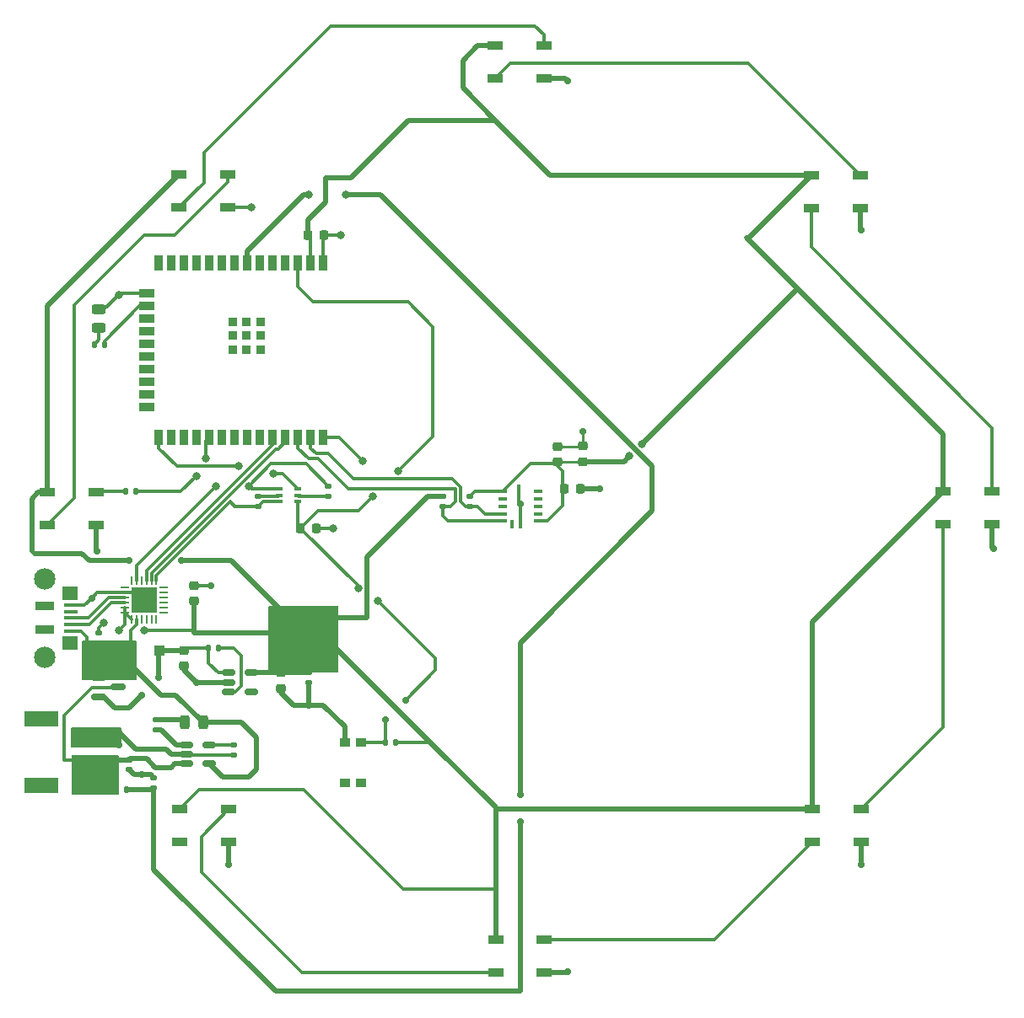
<source format=gbr>
%TF.GenerationSoftware,KiCad,Pcbnew,7.0.9*%
%TF.CreationDate,2023-12-18T12:46:53-05:00*%
%TF.ProjectId,Coaster_KiCard,436f6173-7465-4725-9f4b-69436172642e,rev?*%
%TF.SameCoordinates,Original*%
%TF.FileFunction,Copper,L1,Top*%
%TF.FilePolarity,Positive*%
%FSLAX46Y46*%
G04 Gerber Fmt 4.6, Leading zero omitted, Abs format (unit mm)*
G04 Created by KiCad (PCBNEW 7.0.9) date 2023-12-18 12:46:53*
%MOMM*%
%LPD*%
G01*
G04 APERTURE LIST*
G04 Aperture macros list*
%AMRoundRect*
0 Rectangle with rounded corners*
0 $1 Rounding radius*
0 $2 $3 $4 $5 $6 $7 $8 $9 X,Y pos of 4 corners*
0 Add a 4 corners polygon primitive as box body*
4,1,4,$2,$3,$4,$5,$6,$7,$8,$9,$2,$3,0*
0 Add four circle primitives for the rounded corners*
1,1,$1+$1,$2,$3*
1,1,$1+$1,$4,$5*
1,1,$1+$1,$6,$7*
1,1,$1+$1,$8,$9*
0 Add four rect primitives between the rounded corners*
20,1,$1+$1,$2,$3,$4,$5,0*
20,1,$1+$1,$4,$5,$6,$7,0*
20,1,$1+$1,$6,$7,$8,$9,0*
20,1,$1+$1,$8,$9,$2,$3,0*%
G04 Aperture macros list end*
%TA.AperFunction,SMDPad,CuDef*%
%ADD10R,1.900000X0.875000*%
%TD*%
%TA.AperFunction,SMDPad,CuDef*%
%ADD11R,1.550000X1.425000*%
%TD*%
%TA.AperFunction,ComponentPad*%
%ADD12C,2.145000*%
%TD*%
%TA.AperFunction,SMDPad,CuDef*%
%ADD13R,1.380000X0.450000*%
%TD*%
%TA.AperFunction,SMDPad,CuDef*%
%ADD14R,0.900000X1.500000*%
%TD*%
%TA.AperFunction,SMDPad,CuDef*%
%ADD15R,1.500000X0.900000*%
%TD*%
%TA.AperFunction,SMDPad,CuDef*%
%ADD16R,0.900000X0.900000*%
%TD*%
%TA.AperFunction,SMDPad,CuDef*%
%ADD17RoundRect,0.150000X-0.512500X-0.150000X0.512500X-0.150000X0.512500X0.150000X-0.512500X0.150000X0*%
%TD*%
%TA.AperFunction,SMDPad,CuDef*%
%ADD18RoundRect,0.243750X0.243750X0.456250X-0.243750X0.456250X-0.243750X-0.456250X0.243750X-0.456250X0*%
%TD*%
%TA.AperFunction,SMDPad,CuDef*%
%ADD19R,0.650000X0.400000*%
%TD*%
%TA.AperFunction,SMDPad,CuDef*%
%ADD20RoundRect,0.135000X0.185000X-0.135000X0.185000X0.135000X-0.185000X0.135000X-0.185000X-0.135000X0*%
%TD*%
%TA.AperFunction,SMDPad,CuDef*%
%ADD21R,3.500000X1.000000*%
%TD*%
%TA.AperFunction,SMDPad,CuDef*%
%ADD22R,3.400000X1.500000*%
%TD*%
%TA.AperFunction,SMDPad,CuDef*%
%ADD23R,0.805000X0.350000*%
%TD*%
%TA.AperFunction,SMDPad,CuDef*%
%ADD24R,0.400000X0.805000*%
%TD*%
%TA.AperFunction,SMDPad,CuDef*%
%ADD25RoundRect,0.135000X-0.185000X0.135000X-0.185000X-0.135000X0.185000X-0.135000X0.185000X0.135000X0*%
%TD*%
%TA.AperFunction,SMDPad,CuDef*%
%ADD26R,1.000000X0.900000*%
%TD*%
%TA.AperFunction,SMDPad,CuDef*%
%ADD27RoundRect,0.135000X0.135000X0.185000X-0.135000X0.185000X-0.135000X-0.185000X0.135000X-0.185000X0*%
%TD*%
%TA.AperFunction,SMDPad,CuDef*%
%ADD28RoundRect,0.225000X-0.250000X0.225000X-0.250000X-0.225000X0.250000X-0.225000X0.250000X0.225000X0*%
%TD*%
%TA.AperFunction,SMDPad,CuDef*%
%ADD29RoundRect,0.225000X-0.225000X-0.250000X0.225000X-0.250000X0.225000X0.250000X-0.225000X0.250000X0*%
%TD*%
%TA.AperFunction,SMDPad,CuDef*%
%ADD30RoundRect,0.140000X-0.170000X0.140000X-0.170000X-0.140000X0.170000X-0.140000X0.170000X0.140000X0*%
%TD*%
%TA.AperFunction,SMDPad,CuDef*%
%ADD31RoundRect,0.243750X-0.456250X0.243750X-0.456250X-0.243750X0.456250X-0.243750X0.456250X0.243750X0*%
%TD*%
%TA.AperFunction,SMDPad,CuDef*%
%ADD32RoundRect,0.250000X0.300000X0.300000X-0.300000X0.300000X-0.300000X-0.300000X0.300000X-0.300000X0*%
%TD*%
%TA.AperFunction,SMDPad,CuDef*%
%ADD33RoundRect,0.225000X0.250000X-0.225000X0.250000X0.225000X-0.250000X0.225000X-0.250000X-0.225000X0*%
%TD*%
%TA.AperFunction,SMDPad,CuDef*%
%ADD34RoundRect,0.150000X-0.587500X-0.150000X0.587500X-0.150000X0.587500X0.150000X-0.587500X0.150000X0*%
%TD*%
%TA.AperFunction,SMDPad,CuDef*%
%ADD35RoundRect,0.135000X-0.135000X-0.185000X0.135000X-0.185000X0.135000X0.185000X-0.135000X0.185000X0*%
%TD*%
%TA.AperFunction,SMDPad,CuDef*%
%ADD36R,2.600000X2.600000*%
%TD*%
%TA.AperFunction,SMDPad,CuDef*%
%ADD37RoundRect,0.062500X-0.062500X-0.350000X0.062500X-0.350000X0.062500X0.350000X-0.062500X0.350000X0*%
%TD*%
%TA.AperFunction,SMDPad,CuDef*%
%ADD38RoundRect,0.062500X-0.350000X-0.062500X0.350000X-0.062500X0.350000X0.062500X-0.350000X0.062500X0*%
%TD*%
%TA.AperFunction,ViaPad*%
%ADD39C,0.800000*%
%TD*%
%TA.AperFunction,ViaPad*%
%ADD40C,0.700000*%
%TD*%
%TA.AperFunction,Conductor*%
%ADD41C,0.500000*%
%TD*%
%TA.AperFunction,Conductor*%
%ADD42C,0.300000*%
%TD*%
%TA.AperFunction,Conductor*%
%ADD43C,0.250000*%
%TD*%
G04 APERTURE END LIST*
D10*
%TO.P,J3,MP4,MP4*%
%TO.N,unconnected-(J3-PadMP4)*%
X27250000Y-84812000D03*
%TO.P,J3,MP3,MP3*%
%TO.N,unconnected-(J3-PadMP3)*%
X27250000Y-87188000D03*
D11*
%TO.P,J3,MP2,MP2*%
%TO.N,unconnected-(J3-PadMP2)*%
X29825000Y-83513000D03*
%TO.P,J3,MP1,MP1*%
%TO.N,unconnected-(J3-PadMP1)*%
X29825000Y-88487000D03*
D12*
%TO.P,J3,MH2,MH2*%
%TO.N,unconnected-(J3-PadMH2)*%
X27250000Y-82050000D03*
%TO.P,J3,MH1,MH1*%
%TO.N,unconnected-(J3-PadMH1)*%
X27250000Y-89950000D03*
D13*
%TO.P,J3,5,GND*%
%TO.N,GND*%
X29910000Y-84700000D03*
%TO.P,J3,4,ID*%
%TO.N,unconnected-(J3-ID-Pad4)*%
X29910000Y-85350000D03*
%TO.P,J3,3,D+*%
%TO.N,Net-(J3-D+)*%
X29910000Y-86000000D03*
%TO.P,J3,2,D-*%
%TO.N,Net-(J3-D-)*%
X29910000Y-86650000D03*
%TO.P,J3,1,VBUS*%
%TO.N,VBUS*%
X29910000Y-87300000D03*
%TD*%
D14*
%TO.P,IC1,1,GND_1*%
%TO.N,GND*%
X55260000Y-50365000D03*
%TO.P,IC1,2,3V3*%
%TO.N,+3.3V*%
X53990000Y-50365000D03*
%TO.P,IC1,3,EN*%
%TO.N,/RESET*%
X52720000Y-50365000D03*
%TO.P,IC1,4,SENSOR_VP*%
%TO.N,/A4_IO36*%
X51450000Y-50365000D03*
%TO.P,IC1,5,SENSOR_VN*%
%TO.N,/A3_I39*%
X50180000Y-50365000D03*
%TO.P,IC1,6,IO34*%
%TO.N,/GPIO34*%
X48910000Y-50365000D03*
%TO.P,IC1,7,IO35*%
%TO.N,/GPIO35*%
X47640000Y-50365000D03*
%TO.P,IC1,8,IO32*%
%TO.N,/GPIO32*%
X46370000Y-50365000D03*
%TO.P,IC1,9,IO33*%
%TO.N,/GPIO33*%
X45100000Y-50365000D03*
%TO.P,IC1,10,IO25*%
%TO.N,/GPIO25*%
X43830000Y-50365000D03*
%TO.P,IC1,11,IO26*%
%TO.N,/GPIO26*%
X42560000Y-50365000D03*
%TO.P,IC1,12,IO27*%
%TO.N,/GPIO27*%
X41290000Y-50365000D03*
%TO.P,IC1,13,IO14*%
%TO.N,/GPIO14*%
X40020000Y-50365000D03*
%TO.P,IC1,14,IO12*%
%TO.N,/GPIO12*%
X38750000Y-50365000D03*
D15*
%TO.P,IC1,15,GND_2*%
%TO.N,GND*%
X37500000Y-53400000D03*
%TO.P,IC1,16,IO13*%
%TO.N,/GPIO13*%
X37500000Y-54670000D03*
%TO.P,IC1,17,NC_1*%
%TO.N,unconnected-(IC1-NC_1-Pad17)*%
X37500000Y-55940000D03*
%TO.P,IC1,18,NC_2*%
%TO.N,unconnected-(IC1-NC_2-Pad18)*%
X37500000Y-57210000D03*
%TO.P,IC1,19,NC_3*%
%TO.N,unconnected-(IC1-NC_3-Pad19)*%
X37500000Y-58480000D03*
%TO.P,IC1,20,NC_4*%
%TO.N,unconnected-(IC1-NC_4-Pad20)*%
X37500000Y-59750000D03*
%TO.P,IC1,21,NC_5*%
%TO.N,unconnected-(IC1-NC_5-Pad21)*%
X37500000Y-61020000D03*
%TO.P,IC1,22,NC_6*%
%TO.N,unconnected-(IC1-NC_6-Pad22)*%
X37500000Y-62290000D03*
%TO.P,IC1,23,IO15*%
%TO.N,/GPIO15*%
X37500000Y-63560000D03*
%TO.P,IC1,24,IO2*%
%TO.N,/GPIO2*%
X37500000Y-64830000D03*
D14*
%TO.P,IC1,25,IO0*%
%TO.N,/GPIO0*%
X38750000Y-67865000D03*
%TO.P,IC1,26,IO4*%
%TO.N,/GPIO4*%
X40020000Y-67865000D03*
%TO.P,IC1,27,IO16*%
%TO.N,/GPIO16*%
X41290000Y-67865000D03*
%TO.P,IC1,28,IO17*%
%TO.N,/GPIO17*%
X42560000Y-67865000D03*
%TO.P,IC1,29,IO5*%
%TO.N,/GPIO5*%
X43830000Y-67865000D03*
%TO.P,IC1,30,IO18*%
%TO.N,/GPIO18*%
X45100000Y-67865000D03*
%TO.P,IC1,31,IO19*%
%TO.N,/GPIO19*%
X46370000Y-67865000D03*
%TO.P,IC1,32,NC_7*%
%TO.N,unconnected-(IC1-NC_7-Pad32)*%
X47640000Y-67865000D03*
%TO.P,IC1,33,IO21*%
%TO.N,/GPIO21*%
X48910000Y-67865000D03*
%TO.P,IC1,34,RXD0*%
%TO.N,/RXD0*%
X50180000Y-67865000D03*
%TO.P,IC1,35,TXD0*%
%TO.N,/TXD0*%
X51450000Y-67865000D03*
%TO.P,IC1,36,IO22*%
%TO.N,/SCL*%
X52720000Y-67865000D03*
%TO.P,IC1,37,IO23*%
%TO.N,/SDA*%
X53990000Y-67865000D03*
%TO.P,IC1,38,GND_3*%
%TO.N,GND*%
X55260000Y-67865000D03*
D16*
%TO.P,IC1,39,GND_4*%
%TO.N,unconnected-(IC1-GND_4-Pad39)*%
X48940000Y-56215000D03*
%TO.P,IC1,40,GND_5*%
%TO.N,unconnected-(IC1-GND_5-Pad40)*%
X47540000Y-56215000D03*
%TO.P,IC1,41,GND_6*%
%TO.N,unconnected-(IC1-GND_6-Pad41)*%
X46140000Y-56215000D03*
%TO.P,IC1,42,GND_7*%
%TO.N,unconnected-(IC1-GND_7-Pad42)*%
X46140000Y-57615000D03*
%TO.P,IC1,43,GND_8*%
%TO.N,unconnected-(IC1-GND_8-Pad43)*%
X46140000Y-59015000D03*
%TO.P,IC1,44,GND_9*%
%TO.N,unconnected-(IC1-GND_9-Pad44)*%
X47540000Y-59015000D03*
%TO.P,IC1,45,GND_10*%
%TO.N,unconnected-(IC1-GND_10-Pad45)*%
X48940000Y-59015000D03*
%TO.P,IC1,46,GND_11*%
%TO.N,unconnected-(IC1-GND_11-Pad46)*%
X48940000Y-57615000D03*
%TO.P,IC1,47,GND_12*%
%TO.N,unconnected-(IC1-GND_12-Pad47)*%
X47540000Y-57615000D03*
%TD*%
D17*
%TO.P,U1,5,VOUT*%
%TO.N,+3.3V*%
X48025000Y-91500000D03*
%TO.P,U1,4,NC*%
%TO.N,unconnected-(U1-NC-Pad4)*%
X48025000Y-93400000D03*
%TO.P,U1,3,EN*%
%TO.N,Net-(U1-EN)*%
X45750000Y-93400000D03*
%TO.P,U1,2,GND*%
%TO.N,GND*%
X45750000Y-92450000D03*
%TO.P,U1,1,VIN*%
%TO.N,Net-(D1-K)*%
X45750000Y-91500000D03*
%TD*%
D18*
%TO.P,D2,2,A*%
%TO.N,Net-(D2-A)*%
X41312500Y-96500000D03*
%TO.P,D2,1,K*%
%TO.N,VBUS*%
X43187500Y-96500000D03*
%TD*%
D19*
%TO.P,Q2,6,C1*%
%TO.N,/GPIO0*%
X52700000Y-73010000D03*
%TO.P,Q2,5,B2*%
%TO.N,Net-(Q2B-B2)*%
X52700000Y-73660000D03*
%TO.P,Q2,4,E2*%
%TO.N,/RESET*%
X52700000Y-74310000D03*
%TO.P,Q2,3,C2*%
%TO.N,/RTS*%
X50800000Y-74310000D03*
%TO.P,Q2,2,B1*%
%TO.N,Net-(Q2A-B1)*%
X50800000Y-73660000D03*
%TO.P,Q2,1,E1*%
%TO.N,/DTR*%
X50800000Y-73010000D03*
%TD*%
D15*
%TO.P,D10,1,VDD*%
%TO.N,+3.3V*%
X72550000Y-118350000D03*
%TO.P,D10,2,DOUT*%
%TO.N,Net-(D10-DOUT)*%
X72550000Y-121650000D03*
%TO.P,D10,3,VSS*%
%TO.N,GND*%
X77450000Y-121650000D03*
%TO.P,D10,4,DIN*%
%TO.N,Net-(D10-DIN)*%
X77450000Y-118350000D03*
%TD*%
D20*
%TO.P,R1,2*%
%TO.N,GND*%
X32750000Y-87490000D03*
%TO.P,R1,1*%
%TO.N,VBUS*%
X32750000Y-88510000D03*
%TD*%
D21*
%TO.P,J1,1,1*%
%TO.N,GND*%
X32500000Y-98500000D03*
%TO.P,J1,2,2*%
%TO.N,-BATT*%
X32500000Y-100500000D03*
D22*
%TO.P,J1,3*%
%TO.N,N/C*%
X26950000Y-96150000D03*
%TO.P,J1,4*%
X26950000Y-102850000D03*
%TD*%
D23*
%TO.P,IC2,1,IR_ANODE*%
%TO.N,+3.3V*%
X73250000Y-73272000D03*
%TO.P,IC2,2,IR_CATHODE*%
%TO.N,unconnected-(IC2-IR_CATHODE-Pad2)*%
X73250000Y-74022000D03*
%TO.P,IC2,3,IR_CATHODE_*%
%TO.N,unconnected-(IC2-IR_CATHODE_-Pad3)*%
X73250000Y-74772000D03*
%TO.P,IC2,4,SDA*%
%TO.N,/SDA*%
X73250000Y-75522000D03*
%TO.P,IC2,5,SCL*%
%TO.N,/SCL*%
X73250000Y-76272000D03*
D24*
%TO.P,IC2,6,INT*%
%TO.N,unconnected-(IC2-INT-Pad6)*%
X74222000Y-76544000D03*
D23*
%TO.P,IC2,7,VDD*%
%TO.N,+3.3V*%
X76794000Y-76272000D03*
%TO.P,IC2,8,NC_1*%
%TO.N,unconnected-(IC2-NC_1-Pad8)*%
X76794000Y-75522000D03*
%TO.P,IC2,9,NC_2*%
%TO.N,unconnected-(IC2-NC_2-Pad9)*%
X76794000Y-74772000D03*
%TO.P,IC2,10,NC_3*%
%TO.N,unconnected-(IC2-NC_3-Pad10)*%
X76794000Y-74022000D03*
%TO.P,IC2,11,NC_4*%
%TO.N,unconnected-(IC2-NC_4-Pad11)*%
X76794000Y-73272000D03*
D24*
%TO.P,IC2,12,GND_1*%
%TO.N,GND*%
X74847000Y-73000000D03*
%TO.P,IC2,13,GND_2*%
X75022000Y-76544000D03*
%TD*%
D25*
%TO.P,R8,2*%
%TO.N,Net-(U3-STAT)*%
X38500000Y-97260000D03*
%TO.P,R8,1*%
%TO.N,Net-(D2-A)*%
X38500000Y-96240000D03*
%TD*%
D26*
%TO.P,S1,4,COM_2*%
%TO.N,unconnected-(S1-COM_2-Pad4)*%
X59000000Y-102600000D03*
%TO.P,S1,3,NO_2*%
%TO.N,unconnected-(S1-NO_2-Pad3)*%
X57400000Y-102600000D03*
%TO.P,S1,2,NO_1*%
%TO.N,GND*%
X57400000Y-98500000D03*
%TO.P,S1,1,COM_1*%
%TO.N,/RESET*%
X59000000Y-98500000D03*
%TD*%
D27*
%TO.P,R3,2*%
%TO.N,/RESET*%
X61500000Y-98500000D03*
%TO.P,R3,1*%
%TO.N,+3.3V*%
X62520000Y-98500000D03*
%TD*%
D28*
%TO.P,C10,2*%
%TO.N,+3.3V*%
X78740000Y-70300000D03*
%TO.P,C10,1*%
%TO.N,GND*%
X78740000Y-68750000D03*
%TD*%
D15*
%TO.P,D11,1,VDD*%
%TO.N,+3.3V*%
X40850000Y-105200000D03*
%TO.P,D11,2,DOUT*%
%TO.N,unconnected-(D11-DOUT-Pad2)*%
X40850000Y-108500000D03*
%TO.P,D11,3,VSS*%
%TO.N,GND*%
X45750000Y-108500000D03*
%TO.P,D11,4,DIN*%
%TO.N,Net-(D10-DOUT)*%
X45750000Y-105200000D03*
%TD*%
%TO.P,D6,1,VDD*%
%TO.N,+3.3V*%
X72500000Y-28500000D03*
%TO.P,D6,2,DOUT*%
%TO.N,Net-(D6-DOUT)*%
X72500000Y-31800000D03*
%TO.P,D6,3,VSS*%
%TO.N,GND*%
X77400000Y-31800000D03*
%TO.P,D6,4,DIN*%
%TO.N,Net-(D5-DOUT)*%
X77400000Y-28500000D03*
%TD*%
D25*
%TO.P,R7,2*%
%TO.N,/GPIO35*%
X38250000Y-103100000D03*
%TO.P,R7,1*%
%TO.N,GND*%
X38250000Y-102080000D03*
%TD*%
D29*
%TO.P,C8,2*%
%TO.N,GND*%
X81025000Y-73000000D03*
%TO.P,C8,1*%
%TO.N,+3.3V*%
X79475000Y-73000000D03*
%TD*%
D28*
%TO.P,C2,2*%
%TO.N,GND*%
X51000000Y-93050000D03*
%TO.P,C2,1*%
%TO.N,+3.3V*%
X51000000Y-91500000D03*
%TD*%
D30*
%TO.P,C7,1*%
%TO.N,-BATT*%
X35750000Y-100250000D03*
%TO.P,C7,2*%
%TO.N,GND*%
X35750000Y-101210000D03*
%TD*%
D17*
%TO.P,U3,5,PROG*%
%TO.N,Net-(U3-PROG)*%
X43775000Y-98750000D03*
%TO.P,U3,4,V_{DD}*%
%TO.N,VBUS*%
X43775000Y-100650000D03*
%TO.P,U3,3,V_{BAT}*%
%TO.N,-BATT*%
X41500000Y-100650000D03*
%TO.P,U3,2,V_{SS}*%
%TO.N,GND*%
X41500000Y-99700000D03*
%TO.P,U3,1,STAT*%
%TO.N,Net-(U3-STAT)*%
X41500000Y-98750000D03*
%TD*%
D20*
%TO.P,R4,2*%
%TO.N,Net-(Q2A-B1)*%
X48750000Y-73740000D03*
%TO.P,R4,1*%
%TO.N,/RTS*%
X48750000Y-74760000D03*
%TD*%
D27*
%TO.P,R13,2*%
%TO.N,Net-(D4-DIN)*%
X35390000Y-73300000D03*
%TO.P,R13,1*%
%TO.N,/GPIO5*%
X36410000Y-73300000D03*
%TD*%
D20*
%TO.P,R11,2*%
%TO.N,+3.3V*%
X67250000Y-73740000D03*
%TO.P,R11,1*%
%TO.N,/SCL*%
X67250000Y-74760000D03*
%TD*%
D31*
%TO.P,D3,2,A*%
%TO.N,Net-(D3-A)*%
X32750000Y-56875000D03*
%TO.P,D3,1,K*%
%TO.N,GND*%
X32750000Y-55000000D03*
%TD*%
D32*
%TO.P,D1,2,A*%
%TO.N,VBUS*%
X36000000Y-89250000D03*
%TO.P,D1,1,K*%
%TO.N,Net-(D1-K)*%
X38800000Y-89250000D03*
%TD*%
D25*
%TO.P,R9,2*%
%TO.N,GND*%
X46250000Y-99770000D03*
%TO.P,R9,1*%
%TO.N,Net-(U3-PROG)*%
X46250000Y-98750000D03*
%TD*%
D15*
%TO.P,D5,1,VDD*%
%TO.N,+3.3V*%
X40750000Y-41450000D03*
%TO.P,D5,2,DOUT*%
%TO.N,Net-(D5-DOUT)*%
X40750000Y-44750000D03*
%TO.P,D5,3,VSS*%
%TO.N,GND*%
X45650000Y-44750000D03*
%TO.P,D5,4,DIN*%
%TO.N,Net-(D4-DOUT)*%
X45650000Y-41450000D03*
%TD*%
D33*
%TO.P,C6,2*%
%TO.N,GND*%
X42250000Y-82725000D03*
%TO.P,C6,1*%
%TO.N,+3.3V*%
X42250000Y-84275000D03*
%TD*%
D30*
%TO.P,C3,2*%
%TO.N,GND*%
X53750000Y-92460000D03*
%TO.P,C3,1*%
%TO.N,+3.3V*%
X53750000Y-91500000D03*
%TD*%
D28*
%TO.P,C9,2*%
%TO.N,+3.3V*%
X81280000Y-70275000D03*
%TO.P,C9,1*%
%TO.N,GND*%
X81280000Y-68725000D03*
%TD*%
%TO.P,C1,2*%
%TO.N,GND*%
X41250000Y-90800000D03*
%TO.P,C1,1*%
%TO.N,Net-(D1-K)*%
X41250000Y-89250000D03*
%TD*%
D34*
%TO.P,Q1,3,D*%
%TO.N,-BATT*%
X34625000Y-92950000D03*
%TO.P,Q1,2,S*%
%TO.N,Net-(D1-K)*%
X32750000Y-93900000D03*
%TO.P,Q1,1,G*%
%TO.N,VBUS*%
X32750000Y-92000000D03*
%TD*%
D35*
%TO.P,R2,2*%
%TO.N,Net-(U1-EN)*%
X44770000Y-89000000D03*
%TO.P,R2,1*%
%TO.N,Net-(D1-K)*%
X43750000Y-89000000D03*
%TD*%
D25*
%TO.P,R5,2*%
%TO.N,Net-(Q2B-B2)*%
X55750000Y-73760000D03*
%TO.P,R5,1*%
%TO.N,/DTR*%
X55750000Y-72740000D03*
%TD*%
D20*
%TO.P,R12,2*%
%TO.N,+3.3V*%
X70000000Y-73740000D03*
%TO.P,R12,1*%
%TO.N,/SDA*%
X70000000Y-74760000D03*
%TD*%
D36*
%TO.P,U2,25,GND*%
%TO.N,GND*%
X37250000Y-84187500D03*
D37*
%TO.P,U2,24,~{DCD}*%
%TO.N,unconnected-(U2-~{DCD}-Pad24)*%
X36000000Y-82250000D03*
%TO.P,U2,23,~{DTR}*%
%TO.N,/DTR*%
X36500000Y-82250000D03*
%TO.P,U2,22,~{DSR}*%
%TO.N,unconnected-(U2-~{DSR}-Pad22)*%
X37000000Y-82250000D03*
%TO.P,U2,21,TXD*%
%TO.N,/RXD0*%
X37500000Y-82250000D03*
%TO.P,U2,20,RXD*%
%TO.N,/TXD0*%
X38000000Y-82250000D03*
%TO.P,U2,19,~{RTS}*%
%TO.N,/RTS*%
X38500000Y-82250000D03*
D38*
%TO.P,U2,18,~{CTS}*%
%TO.N,unconnected-(U2-~{CTS}-Pad18)*%
X39187500Y-82937500D03*
%TO.P,U2,17,SUSPEND*%
%TO.N,unconnected-(U2-SUSPEND-Pad17)*%
X39187500Y-83437500D03*
%TO.P,U2,16,VPP*%
%TO.N,unconnected-(U2-VPP-Pad16)*%
X39187500Y-83937500D03*
%TO.P,U2,15,~{SUSPEND}*%
%TO.N,unconnected-(U2-~{SUSPEND}-Pad15)*%
X39187500Y-84437500D03*
%TO.P,U2,14,TXT/GPIO.0*%
%TO.N,unconnected-(U2-TXT{slash}GPIO.0-Pad14)*%
X39187500Y-84937500D03*
%TO.P,U2,13,RXT/GPIO.1*%
%TO.N,unconnected-(U2-RXT{slash}GPIO.1-Pad13)*%
X39187500Y-85437500D03*
D37*
%TO.P,U2,12,RS485/GPIO.2*%
%TO.N,unconnected-(U2-RS485{slash}GPIO.2-Pad12)*%
X38500000Y-86125000D03*
%TO.P,U2,11,GPIO.3*%
%TO.N,unconnected-(U2-GPIO.3-Pad11)*%
X38000000Y-86125000D03*
%TO.P,U2,10,NC*%
%TO.N,unconnected-(U2-NC-Pad10)*%
X37500000Y-86125000D03*
%TO.P,U2,9,~{RST}*%
%TO.N,unconnected-(U2-~{RST}-Pad9)*%
X37000000Y-86125000D03*
%TO.P,U2,8,VBUS*%
%TO.N,VBUS*%
X36500000Y-86125000D03*
%TO.P,U2,7,REGIN*%
%TO.N,+3.3V*%
X36000000Y-86125000D03*
D38*
%TO.P,U2,6,VDD*%
X35312500Y-85437500D03*
%TO.P,U2,5,VIO*%
X35312500Y-84937500D03*
%TO.P,U2,4,D-*%
%TO.N,Net-(J3-D-)*%
X35312500Y-84437500D03*
%TO.P,U2,3,D+*%
%TO.N,Net-(J3-D+)*%
X35312500Y-83937500D03*
%TO.P,U2,2,GND*%
%TO.N,GND*%
X35312500Y-83437500D03*
%TO.P,U2,1,~{RI}*%
%TO.N,unconnected-(U2-~{RI}-Pad1)*%
X35312500Y-82937500D03*
%TD*%
D15*
%TO.P,D9,1,VDD*%
%TO.N,+3.3V*%
X104350000Y-105200000D03*
%TO.P,D9,2,DOUT*%
%TO.N,Net-(D10-DIN)*%
X104350000Y-108500000D03*
%TO.P,D9,3,VSS*%
%TO.N,GND*%
X109250000Y-108500000D03*
%TO.P,D9,4,DIN*%
%TO.N,Net-(D8-DOUT)*%
X109250000Y-105200000D03*
%TD*%
D27*
%TO.P,R6,2*%
%TO.N,-BATT*%
X34500000Y-103250000D03*
%TO.P,R6,1*%
%TO.N,/GPIO35*%
X35520000Y-103250000D03*
%TD*%
D15*
%TO.P,D4,1,VDD*%
%TO.N,+3.3V*%
X27550000Y-73350000D03*
%TO.P,D4,2,DOUT*%
%TO.N,Net-(D4-DOUT)*%
X27550000Y-76650000D03*
%TO.P,D4,3,VSS*%
%TO.N,GND*%
X32450000Y-76650000D03*
%TO.P,D4,4,DIN*%
%TO.N,Net-(D4-DIN)*%
X32450000Y-73350000D03*
%TD*%
%TO.P,D7,1,VDD*%
%TO.N,+3.3V*%
X104250000Y-41500000D03*
%TO.P,D7,2,DOUT*%
%TO.N,Net-(D7-DOUT)*%
X104250000Y-44800000D03*
%TO.P,D7,3,VSS*%
%TO.N,GND*%
X109150000Y-44800000D03*
%TO.P,D7,4,DIN*%
%TO.N,Net-(D6-DOUT)*%
X109150000Y-41500000D03*
%TD*%
D27*
%TO.P,R10,2*%
%TO.N,Net-(D3-A)*%
X32250000Y-58500000D03*
%TO.P,R10,1*%
%TO.N,/GPIO13*%
X33270000Y-58500000D03*
%TD*%
D29*
%TO.P,C5,2*%
%TO.N,GND*%
X54525000Y-77000000D03*
%TO.P,C5,1*%
%TO.N,/RESET*%
X52975000Y-77000000D03*
%TD*%
%TO.P,C4,2*%
%TO.N,GND*%
X55275000Y-47500000D03*
%TO.P,C4,1*%
%TO.N,+3.3V*%
X53725000Y-47500000D03*
%TD*%
D15*
%TO.P,D8,1,VDD*%
%TO.N,+3.3V*%
X117500000Y-73250000D03*
%TO.P,D8,2,DOUT*%
%TO.N,Net-(D8-DOUT)*%
X117500000Y-76550000D03*
%TO.P,D8,3,VSS*%
%TO.N,GND*%
X122400000Y-76550000D03*
%TO.P,D8,4,DIN*%
%TO.N,Net-(D7-DOUT)*%
X122400000Y-73250000D03*
%TD*%
D39*
%TO.N,+3.3V*%
X34750000Y-87250000D03*
X37250000Y-87250000D03*
D40*
%TO.N,Net-(D1-K)*%
X38750000Y-92000000D03*
X37000000Y-93750000D03*
%TO.N,GND*%
X83000000Y-73000000D03*
X44000000Y-82750000D03*
X79750000Y-121500000D03*
X37000000Y-101750000D03*
D39*
X57000000Y-47500000D03*
X59250000Y-70250000D03*
D40*
X32000000Y-84000000D03*
X34750000Y-97500000D03*
X79750000Y-32000000D03*
D39*
X48000000Y-44750000D03*
D40*
X109250000Y-110750000D03*
D39*
X34750000Y-53500000D03*
D40*
X122500000Y-79000000D03*
X53750000Y-94750000D03*
X45750000Y-110750000D03*
X109250000Y-47000000D03*
D39*
X33250000Y-86500000D03*
D40*
X32500000Y-79250000D03*
X42500000Y-92500000D03*
X81280000Y-67250000D03*
X34750000Y-98750000D03*
X75000000Y-74500000D03*
D39*
X56250000Y-77000000D03*
%TO.N,+3.3V*%
X87250000Y-68500000D03*
X86000000Y-69750000D03*
D40*
X35750000Y-80250000D03*
X41000000Y-80250000D03*
%TO.N,/RESET*%
X61500000Y-96250000D03*
X63500000Y-94250000D03*
D39*
X60750000Y-84250000D03*
X60250000Y-73782393D03*
X62750000Y-71250000D03*
X58750000Y-83000000D03*
%TO.N,/GPIO35*%
X57500000Y-43500000D03*
X53750000Y-43500000D03*
D40*
X75000000Y-106500000D03*
X75000000Y-103750000D03*
D39*
%TO.N,/GPIO0*%
X50250000Y-71500000D03*
X46750000Y-70750000D03*
%TO.N,/GPIO5*%
X43500000Y-70000500D03*
X42500000Y-71750000D03*
%TO.N,/DTR*%
X47779977Y-72779977D03*
X44500000Y-72750000D03*
%TD*%
D41*
%TO.N,GND*%
X39950000Y-99700000D02*
X41500000Y-99700000D01*
X34750000Y-97500000D02*
X36450000Y-99200000D01*
X36450000Y-99200000D02*
X39450000Y-99200000D01*
X39450000Y-99200000D02*
X39950000Y-99700000D01*
D42*
%TO.N,+3.3V*%
X42000000Y-87250000D02*
X42250000Y-87500000D01*
X37250000Y-87250000D02*
X42000000Y-87250000D01*
X35312500Y-86687500D02*
X34750000Y-87250000D01*
X35312500Y-85437500D02*
X35312500Y-86687500D01*
%TO.N,Net-(D1-K)*%
X44750000Y-91500000D02*
X43750000Y-90500000D01*
D41*
X38750000Y-92000000D02*
X38750000Y-89300000D01*
D42*
X41500000Y-89000000D02*
X41250000Y-89250000D01*
X45750000Y-91500000D02*
X44750000Y-91500000D01*
X43750000Y-90500000D02*
X43750000Y-89000000D01*
D41*
X38700000Y-89250000D02*
X41250000Y-89250000D01*
D42*
X43750000Y-89000000D02*
X41500000Y-89000000D01*
D41*
X34350000Y-95000000D02*
X35750000Y-95000000D01*
X33250000Y-93900000D02*
X34350000Y-95000000D01*
X38750000Y-89300000D02*
X38700000Y-89250000D01*
X35750000Y-95000000D02*
X37000000Y-93750000D01*
%TO.N,VBUS*%
X40437500Y-93750000D02*
X39000000Y-93750000D01*
X48500000Y-101250000D02*
X48500000Y-98000000D01*
D42*
X29910000Y-87300000D02*
X30900000Y-87300000D01*
X31500000Y-87900000D02*
X31500000Y-88500000D01*
X30900000Y-87300000D02*
X31500000Y-87900000D01*
D41*
X47000000Y-96500000D02*
X43187500Y-96500000D01*
X36181250Y-90931250D02*
X39000000Y-93750000D01*
X48500000Y-98000000D02*
X47000000Y-96500000D01*
X45125000Y-102000000D02*
X47750000Y-102000000D01*
X43775000Y-100650000D02*
X45125000Y-102000000D01*
D42*
X35900000Y-87222596D02*
X35900000Y-89250000D01*
D41*
X47750000Y-102000000D02*
X48500000Y-101250000D01*
X43187500Y-96500000D02*
X40437500Y-93750000D01*
D42*
X36500000Y-86622596D02*
X35900000Y-87222596D01*
X36500000Y-86125000D02*
X36500000Y-86622596D01*
D41*
%TO.N,-BATT*%
X35750000Y-100250000D02*
X31750000Y-100250000D01*
X40000000Y-101000000D02*
X38350000Y-101000000D01*
D42*
X29250000Y-100250000D02*
X31750000Y-100250000D01*
D41*
X40350000Y-100650000D02*
X40000000Y-101000000D01*
X37500000Y-100150000D02*
X35850000Y-100150000D01*
X38350000Y-101000000D02*
X37500000Y-100150000D01*
D42*
X32063738Y-93000000D02*
X29250000Y-95813738D01*
D41*
X35850000Y-100150000D02*
X35750000Y-100250000D01*
D42*
X29250000Y-95813738D02*
X29250000Y-100250000D01*
D41*
X41500000Y-100650000D02*
X40350000Y-100650000D01*
D42*
X34437500Y-93000000D02*
X32063738Y-93000000D01*
%TO.N,GND*%
X41570000Y-99770000D02*
X41500000Y-99700000D01*
D41*
X41250000Y-90800000D02*
X41250000Y-91250000D01*
D42*
X32750000Y-87000000D02*
X33250000Y-86500000D01*
X31300000Y-84700000D02*
X29910000Y-84700000D01*
X36500000Y-83437500D02*
X37250000Y-84187500D01*
D41*
X81025000Y-73000000D02*
X83000000Y-73000000D01*
D42*
X56865000Y-67865000D02*
X59250000Y-70250000D01*
X55260000Y-47515000D02*
X55275000Y-47500000D01*
X46250000Y-99770000D02*
X41570000Y-99770000D01*
X32750000Y-87480000D02*
X32750000Y-87000000D01*
X32562500Y-83437500D02*
X35312500Y-83437500D01*
D43*
X78740000Y-68750000D02*
X81255000Y-68750000D01*
D42*
X45650000Y-44750000D02*
X48000000Y-44750000D01*
X37500000Y-53400000D02*
X34850000Y-53400000D01*
X75022000Y-74522000D02*
X75000000Y-74500000D01*
D41*
X52250000Y-94750000D02*
X53750000Y-94750000D01*
X77400000Y-31800000D02*
X79550000Y-31800000D01*
X109250000Y-108500000D02*
X109250000Y-110750000D01*
X37920000Y-101750000D02*
X38250000Y-102080000D01*
D43*
X81255000Y-68750000D02*
X81280000Y-68725000D01*
D41*
X41250000Y-91250000D02*
X42500000Y-92500000D01*
X36290000Y-101750000D02*
X35750000Y-101210000D01*
X109150000Y-46900000D02*
X109250000Y-47000000D01*
X51000000Y-93500000D02*
X52250000Y-94750000D01*
D42*
X55275000Y-47500000D02*
X57000000Y-47500000D01*
D41*
X53750000Y-92460000D02*
X53750000Y-94750000D01*
X55250000Y-94750000D02*
X53750000Y-94750000D01*
D43*
X81280000Y-68725000D02*
X81280000Y-67250000D01*
D42*
X75022000Y-76544000D02*
X75022000Y-74522000D01*
D41*
X32450000Y-76650000D02*
X32450000Y-79200000D01*
X37000000Y-101750000D02*
X36290000Y-101750000D01*
X109150000Y-44800000D02*
X109150000Y-46900000D01*
D42*
X42250000Y-82725000D02*
X43975000Y-82725000D01*
X32000000Y-84000000D02*
X32562500Y-83437500D01*
D41*
X77450000Y-121650000D02*
X79600000Y-121650000D01*
X122400000Y-78900000D02*
X122500000Y-79000000D01*
D42*
X33250000Y-55000000D02*
X34750000Y-53500000D01*
D41*
X57400000Y-96900000D02*
X57400000Y-98500000D01*
X51000000Y-93050000D02*
X51000000Y-93500000D01*
D42*
X31300000Y-84700000D02*
X32000000Y-84000000D01*
D41*
X122400000Y-76550000D02*
X122400000Y-78900000D01*
D42*
X74847000Y-74347000D02*
X75000000Y-74500000D01*
D41*
X42550000Y-92450000D02*
X42500000Y-92500000D01*
X79600000Y-121650000D02*
X79750000Y-121500000D01*
D42*
X34850000Y-53400000D02*
X34750000Y-53500000D01*
X55260000Y-67865000D02*
X56865000Y-67865000D01*
X32750000Y-55000000D02*
X33250000Y-55000000D01*
X55260000Y-50365000D02*
X55260000Y-47515000D01*
D41*
X79550000Y-31800000D02*
X79750000Y-32000000D01*
D42*
X43975000Y-82725000D02*
X44000000Y-82750000D01*
D41*
X45750000Y-108500000D02*
X45750000Y-110750000D01*
D42*
X35312500Y-83437500D02*
X36500000Y-83437500D01*
D41*
X32450000Y-79200000D02*
X32500000Y-79250000D01*
D42*
X74847000Y-73000000D02*
X74847000Y-74347000D01*
X54525000Y-77000000D02*
X56250000Y-77000000D01*
D41*
X45750000Y-92450000D02*
X42550000Y-92450000D01*
X37000000Y-101750000D02*
X37920000Y-101750000D01*
X55250000Y-94750000D02*
X57400000Y-96900000D01*
D42*
%TO.N,Net-(U1-EN)*%
X45750000Y-93400000D02*
X46412499Y-93400000D01*
X46412499Y-93400000D02*
X47000000Y-92812499D01*
X46250000Y-89000000D02*
X44770000Y-89000000D01*
X47000000Y-89750000D02*
X46250000Y-89000000D01*
X47000000Y-92812499D02*
X47000000Y-89750000D01*
D41*
%TO.N,+3.3V*%
X27550000Y-73350000D02*
X27550000Y-54650000D01*
X69250000Y-32750000D02*
X69250000Y-30000000D01*
X72550000Y-113250000D02*
X72550000Y-118350000D01*
D42*
X53250000Y-103250000D02*
X63250000Y-113250000D01*
D41*
X117500000Y-67500000D02*
X102750000Y-52750000D01*
X72550000Y-105050000D02*
X72550000Y-113250000D01*
D42*
X63250000Y-113250000D02*
X72550000Y-113250000D01*
D41*
X59619500Y-79880500D02*
X59619500Y-86000000D01*
X26000000Y-74000000D02*
X26000000Y-79250000D01*
X42250000Y-84275000D02*
X42250000Y-87500000D01*
X48025000Y-91500000D02*
X51000000Y-91500000D01*
X87250000Y-68500000D02*
X102750000Y-53000000D01*
X26250000Y-79500000D02*
X31000000Y-79500000D01*
D42*
X62520000Y-98500000D02*
X66000000Y-98500000D01*
X76022000Y-70500000D02*
X73250000Y-73272000D01*
X79250000Y-74750000D02*
X79250000Y-71250000D01*
D41*
X72500000Y-36000000D02*
X69250000Y-32750000D01*
X56500000Y-89000000D02*
X66000000Y-98500000D01*
D42*
X35312500Y-85437500D02*
X36000000Y-86125000D01*
D43*
X78765000Y-70275000D02*
X78740000Y-70300000D01*
D41*
X98000000Y-47750000D02*
X104250000Y-41500000D01*
X42250000Y-87500000D02*
X51250000Y-87500000D01*
D43*
X102750000Y-53000000D02*
X102750000Y-52750000D01*
D42*
X26000000Y-79250000D02*
X26250000Y-79500000D01*
X70468000Y-73272000D02*
X70000000Y-73740000D01*
D41*
X102750000Y-52750000D02*
X97750000Y-47750000D01*
D42*
X40850000Y-105200000D02*
X42800000Y-103250000D01*
X73250000Y-73272000D02*
X70468000Y-73272000D01*
X97750000Y-47750000D02*
X98000000Y-47750000D01*
D41*
X55500000Y-41750000D02*
X55500000Y-44250000D01*
X66000000Y-98500000D02*
X72550000Y-105050000D01*
X46000000Y-80250000D02*
X51250000Y-85500000D01*
X27550000Y-54650000D02*
X40750000Y-41450000D01*
D42*
X78500000Y-70500000D02*
X76022000Y-70500000D01*
D41*
X31750000Y-80250000D02*
X35750000Y-80250000D01*
X104350000Y-86400000D02*
X104350000Y-105200000D01*
X72500000Y-36000000D02*
X63797918Y-36000000D01*
X59619500Y-86000000D02*
X55750000Y-86000000D01*
D42*
X53990000Y-47765000D02*
X53725000Y-47500000D01*
X53990000Y-50365000D02*
X53990000Y-47765000D01*
D41*
X78000000Y-41500000D02*
X72500000Y-36000000D01*
D42*
X79250000Y-71250000D02*
X78500000Y-70500000D01*
D41*
X67250000Y-73740000D02*
X65760000Y-73740000D01*
X56000000Y-89000000D02*
X56500000Y-89000000D01*
X58047918Y-41750000D02*
X55500000Y-41750000D01*
X63797918Y-36000000D02*
X58047918Y-41750000D01*
X104250000Y-41500000D02*
X78000000Y-41500000D01*
D42*
X72700000Y-105200000D02*
X72550000Y-105050000D01*
D41*
X27550000Y-73350000D02*
X26650000Y-73350000D01*
D42*
X76794000Y-76272000D02*
X77728000Y-76272000D01*
D41*
X85475000Y-70275000D02*
X86000000Y-69750000D01*
X81280000Y-70275000D02*
X85475000Y-70275000D01*
X65760000Y-73740000D02*
X59619500Y-79880500D01*
X31000000Y-79500000D02*
X31750000Y-80250000D01*
X70750000Y-28500000D02*
X72500000Y-28500000D01*
X41000000Y-80250000D02*
X46000000Y-80250000D01*
X117500000Y-73250000D02*
X117500000Y-67500000D01*
X26650000Y-73350000D02*
X26000000Y-74000000D01*
D42*
X35312500Y-84937500D02*
X35312500Y-85437500D01*
D41*
X117500000Y-73250000D02*
X104350000Y-86400000D01*
X69250000Y-30000000D02*
X70750000Y-28500000D01*
D42*
X77728000Y-76272000D02*
X79250000Y-74750000D01*
D43*
X81280000Y-70275000D02*
X78765000Y-70275000D01*
D41*
X104350000Y-105200000D02*
X72700000Y-105200000D01*
X55500000Y-44250000D02*
X53725000Y-46025000D01*
D42*
X42800000Y-103250000D02*
X53250000Y-103250000D01*
D41*
X53725000Y-46025000D02*
X53725000Y-47500000D01*
X53750000Y-91500000D02*
X51000000Y-91500000D01*
D42*
%TO.N,/RESET*%
X60217607Y-73782393D02*
X60250000Y-73782393D01*
X61500000Y-98500000D02*
X61500000Y-96250000D01*
X52975000Y-77000000D02*
X54725000Y-75250000D01*
X52720000Y-52720000D02*
X52720000Y-50365000D01*
X54725000Y-75250000D02*
X58750000Y-75250000D01*
X52975000Y-77000000D02*
X58750000Y-82775000D01*
X58750000Y-75250000D02*
X60217607Y-73782393D01*
X60750000Y-84250000D02*
X66500000Y-90000000D01*
X66250000Y-67750000D02*
X66250000Y-56750000D01*
X66250000Y-56750000D02*
X63750000Y-54250000D01*
X66500000Y-91250000D02*
X63500000Y-94250000D01*
X58750000Y-82775000D02*
X58750000Y-83000000D01*
X52700000Y-76725000D02*
X52975000Y-77000000D01*
X62750000Y-71250000D02*
X66250000Y-67750000D01*
X52700000Y-74310000D02*
X52700000Y-76725000D01*
X66500000Y-90000000D02*
X66500000Y-91250000D01*
X61500000Y-98500000D02*
X59000000Y-98500000D01*
X54250000Y-54250000D02*
X52720000Y-52720000D01*
X63750000Y-54250000D02*
X54250000Y-54250000D01*
D41*
%TO.N,/GPIO35*%
X53750000Y-43500000D02*
X53255000Y-43500000D01*
X57500000Y-43500000D02*
X61000000Y-43500000D01*
X47640000Y-49115000D02*
X47640000Y-50365000D01*
X38100000Y-103250000D02*
X38250000Y-103100000D01*
X88250000Y-70750000D02*
X88250000Y-75250000D01*
X38250000Y-111250000D02*
X50500000Y-123500000D01*
X38250000Y-103100000D02*
X38250000Y-111250000D01*
X53255000Y-43500000D02*
X47640000Y-49115000D01*
X75000000Y-88500000D02*
X75000000Y-103750000D01*
X50500000Y-123500000D02*
X75000000Y-123500000D01*
X75000000Y-123500000D02*
X75000000Y-106500000D01*
X88250000Y-75250000D02*
X75000000Y-88500000D01*
X35510000Y-103250000D02*
X38100000Y-103250000D01*
X61000000Y-43500000D02*
X88250000Y-70750000D01*
D42*
%TO.N,/GPIO13*%
X33270000Y-58180001D02*
X36780001Y-54670000D01*
X36780001Y-54670000D02*
X37500000Y-54670000D01*
X33270000Y-58500000D02*
X33270000Y-58180001D01*
%TO.N,/GPIO0*%
X52700000Y-73010000D02*
X51190000Y-71500000D01*
X46750000Y-70750000D02*
X40585000Y-70750000D01*
X38750000Y-68915000D02*
X38750000Y-67865000D01*
X40585000Y-70750000D02*
X38750000Y-68915000D01*
X51190000Y-71500000D02*
X50250000Y-71500000D01*
%TO.N,/GPIO5*%
X43500000Y-70000500D02*
X43500000Y-68195000D01*
X40950000Y-73300000D02*
X42500000Y-71750000D01*
X36410000Y-73300000D02*
X40950000Y-73300000D01*
X43500000Y-68195000D02*
X43830000Y-67865000D01*
%TO.N,/RXD0*%
X37500000Y-82250000D02*
X37500000Y-81250000D01*
X50180000Y-68570000D02*
X50180000Y-67865000D01*
X37500000Y-81250000D02*
X50180000Y-68570000D01*
%TO.N,/TXD0*%
X38000000Y-81499293D02*
X38000000Y-82250000D01*
X50499293Y-69000000D02*
X38000000Y-81499293D01*
X50750000Y-69000000D02*
X50499293Y-69000000D01*
X51450000Y-67865000D02*
X51450000Y-68300000D01*
X51450000Y-68300000D02*
X50750000Y-69000000D01*
%TO.N,/DTR*%
X47779977Y-72779977D02*
X48010000Y-73010000D01*
X36500000Y-82250000D02*
X36500000Y-80750000D01*
X36500000Y-80750000D02*
X44500000Y-72750000D01*
X50000000Y-70500000D02*
X47779977Y-72720023D01*
X48010000Y-73010000D02*
X50800000Y-73010000D01*
X47779977Y-72720023D02*
X47779977Y-72779977D01*
X55750000Y-72740000D02*
X53510000Y-70500000D01*
X53510000Y-70500000D02*
X50000000Y-70500000D01*
%TO.N,Net-(Q2A-B1)*%
X48750000Y-73740000D02*
X50720000Y-73740000D01*
X50720000Y-73740000D02*
X50800000Y-73660000D01*
%TO.N,/RTS*%
X48750000Y-74760000D02*
X46347106Y-74760000D01*
X49200000Y-74310000D02*
X48750000Y-74760000D01*
X38500000Y-82250000D02*
X38500000Y-81750000D01*
X46347106Y-74760000D02*
X45897106Y-74310000D01*
X38500000Y-81750000D02*
X40000000Y-80250000D01*
X40000000Y-80207106D02*
X45853553Y-74353553D01*
X50800000Y-74310000D02*
X49200000Y-74310000D01*
D43*
X45897106Y-74310000D02*
X45853553Y-74353553D01*
D42*
X40000000Y-80250000D02*
X40000000Y-80207106D01*
%TO.N,Net-(Q2B-B2)*%
X52800000Y-73760000D02*
X52700000Y-73660000D01*
X55750000Y-73760000D02*
X52800000Y-73760000D01*
%TO.N,Net-(D4-DOUT)*%
X45650000Y-42200000D02*
X45650000Y-41450000D01*
X30250000Y-73950000D02*
X30250000Y-54516056D01*
X40350000Y-47500000D02*
X45650000Y-42200000D01*
X37266056Y-47500000D02*
X40350000Y-47500000D01*
X30250000Y-54516056D02*
X37266056Y-47500000D01*
X27550000Y-76650000D02*
X30250000Y-73950000D01*
%TO.N,Net-(D4-DIN)*%
X35390000Y-73300000D02*
X32500000Y-73300000D01*
X32500000Y-73300000D02*
X32450000Y-73350000D01*
%TO.N,Net-(D5-DOUT)*%
X77400000Y-28500000D02*
X77400000Y-27400000D01*
X76500000Y-26500000D02*
X56000000Y-26500000D01*
X77400000Y-27400000D02*
X76500000Y-26500000D01*
X56000000Y-26500000D02*
X43250000Y-39250000D01*
X43250000Y-39250000D02*
X43250000Y-42250000D01*
X43250000Y-42250000D02*
X40750000Y-44750000D01*
%TO.N,Net-(D6-DOUT)*%
X74050000Y-30250000D02*
X97900000Y-30250000D01*
X97900000Y-30250000D02*
X109150000Y-41500000D01*
X72500000Y-31800000D02*
X74050000Y-30250000D01*
%TO.N,Net-(D7-DOUT)*%
X122400000Y-66900000D02*
X122400000Y-73250000D01*
X104250000Y-44800000D02*
X104250000Y-48750000D01*
X104250000Y-48750000D02*
X122400000Y-66900000D01*
%TO.N,Net-(D8-DOUT)*%
X117500000Y-96950000D02*
X109250000Y-105200000D01*
X117500000Y-76550000D02*
X117500000Y-96950000D01*
%TO.N,Net-(D10-DIN)*%
X94500000Y-118350000D02*
X104350000Y-108500000D01*
X77450000Y-118350000D02*
X94500000Y-118350000D01*
%TO.N,Net-(D10-DOUT)*%
X45750000Y-105200000D02*
X43000000Y-107950000D01*
X43000000Y-107950000D02*
X43000000Y-111500000D01*
X43000000Y-111500000D02*
X53150000Y-121650000D01*
X53150000Y-121650000D02*
X72550000Y-121650000D01*
%TO.N,/SCL*%
X67772000Y-76272000D02*
X67250000Y-75750000D01*
X57782893Y-73032893D02*
X54750000Y-70000000D01*
X53805000Y-70000000D02*
X52720000Y-68915000D01*
X68500000Y-73032893D02*
X68500000Y-74250000D01*
X73250000Y-76272000D02*
X67772000Y-76272000D01*
X52720000Y-68915000D02*
X52720000Y-67865000D01*
X68500000Y-73032893D02*
X57782893Y-73032893D01*
X67250000Y-75750000D02*
X67250000Y-74760000D01*
X54750000Y-70000000D02*
X53805000Y-70000000D01*
X68500000Y-74250000D02*
X67990000Y-74760000D01*
X67990000Y-74760000D02*
X67250000Y-74760000D01*
%TO.N,/SDA*%
X71522000Y-75522000D02*
X70760000Y-74760000D01*
X68174214Y-72000000D02*
X69000000Y-72825786D01*
X70760000Y-74760000D02*
X70000000Y-74760000D01*
X73250000Y-75522000D02*
X71522000Y-75522000D01*
X53990000Y-68915000D02*
X54575000Y-69500000D01*
X54575000Y-69500000D02*
X55750000Y-69500000D01*
X69510000Y-74760000D02*
X70000000Y-74760000D01*
X55750000Y-69500000D02*
X58250000Y-72000000D01*
X69000000Y-72825786D02*
X69000000Y-74250000D01*
X53990000Y-67865000D02*
X53990000Y-68915000D01*
X58250000Y-72000000D02*
X68174214Y-72000000D01*
X69000000Y-74250000D02*
X69510000Y-74760000D01*
D41*
%TO.N,Net-(D2-A)*%
X41052500Y-96240000D02*
X41312500Y-96500000D01*
X38500000Y-96240000D02*
X41052500Y-96240000D01*
%TO.N,Net-(U3-STAT)*%
X39010000Y-97260000D02*
X40500000Y-98750000D01*
X38500000Y-97260000D02*
X39010000Y-97260000D01*
X40500000Y-98750000D02*
X41500000Y-98750000D01*
D42*
%TO.N,Net-(U3-PROG)*%
X46250000Y-98750000D02*
X43775000Y-98750000D01*
%TO.N,Net-(D3-A)*%
X32750000Y-56875000D02*
X32750000Y-58000000D01*
X32750000Y-58000000D02*
X32250000Y-58500000D01*
%TO.N,Net-(J3-D-)*%
X33964904Y-84437500D02*
X31752404Y-86650000D01*
X31752404Y-86650000D02*
X29910000Y-86650000D01*
X35312500Y-84437500D02*
X33964904Y-84437500D01*
%TO.N,Net-(J3-D+)*%
X31695298Y-86000000D02*
X33757798Y-83937500D01*
X31695298Y-86000000D02*
X29910000Y-86000000D01*
X33757798Y-83937500D02*
X35312500Y-83937500D01*
%TD*%
%TA.AperFunction,Conductor*%
%TO.N,GND*%
G36*
X34943039Y-97019685D02*
G01*
X34988794Y-97072489D01*
X35000000Y-97124000D01*
X35000000Y-98876000D01*
X34980315Y-98943039D01*
X34927511Y-98988794D01*
X34876000Y-99000000D01*
X30024500Y-99000000D01*
X29957461Y-98980315D01*
X29911706Y-98927511D01*
X29900500Y-98876000D01*
X29900500Y-97124000D01*
X29920185Y-97056961D01*
X29972989Y-97011206D01*
X30024500Y-97000000D01*
X34876000Y-97000000D01*
X34943039Y-97019685D01*
G37*
%TD.AperFunction*%
%TD*%
%TA.AperFunction,Conductor*%
%TO.N,VBUS*%
G36*
X36443039Y-88269685D02*
G01*
X36488794Y-88322489D01*
X36500000Y-88374000D01*
X36500000Y-92126000D01*
X36480315Y-92193039D01*
X36427511Y-92238794D01*
X36376000Y-92250000D01*
X31124000Y-92250000D01*
X31056961Y-92230315D01*
X31011206Y-92177511D01*
X31000000Y-92126000D01*
X31000000Y-88374000D01*
X31019685Y-88306961D01*
X31072489Y-88261206D01*
X31124000Y-88250000D01*
X36376000Y-88250000D01*
X36443039Y-88269685D01*
G37*
%TD.AperFunction*%
%TD*%
%TA.AperFunction,Conductor*%
%TO.N,+3.3V*%
G36*
X56693039Y-84769685D02*
G01*
X56738794Y-84822489D01*
X56750000Y-84874000D01*
X56750000Y-91376000D01*
X56730315Y-91443039D01*
X56677511Y-91488794D01*
X56626000Y-91500000D01*
X49874000Y-91500000D01*
X49806961Y-91480315D01*
X49761206Y-91427511D01*
X49750000Y-91376000D01*
X49750000Y-84874000D01*
X49769685Y-84806961D01*
X49822489Y-84761206D01*
X49874000Y-84750000D01*
X56626000Y-84750000D01*
X56693039Y-84769685D01*
G37*
%TD.AperFunction*%
%TD*%
%TA.AperFunction,Conductor*%
%TO.N,-BATT*%
G36*
X34693039Y-99769685D02*
G01*
X34738794Y-99822489D01*
X34750000Y-99874000D01*
X34750000Y-102992025D01*
X34749809Y-102996889D01*
X34749500Y-103000816D01*
X34749500Y-103000817D01*
X34749501Y-103499182D01*
X34749809Y-103503091D01*
X34750000Y-103507958D01*
X34750000Y-103626000D01*
X34730315Y-103693039D01*
X34677511Y-103738794D01*
X34626000Y-103750000D01*
X32250000Y-103750000D01*
X31500000Y-103750000D01*
X30124000Y-103750000D01*
X30056961Y-103730315D01*
X30011206Y-103677511D01*
X30000000Y-103626000D01*
X30000000Y-99874000D01*
X30019685Y-99806961D01*
X30072489Y-99761206D01*
X30124000Y-99750000D01*
X34626000Y-99750000D01*
X34693039Y-99769685D01*
G37*
%TD.AperFunction*%
%TD*%
M02*

</source>
